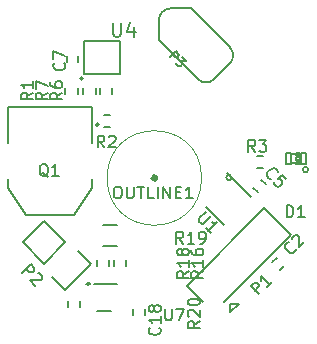
<source format=gto>
G04 #@! TF.FileFunction,Legend,Top*
%FSLAX46Y46*%
G04 Gerber Fmt 4.6, Leading zero omitted, Abs format (unit mm)*
G04 Created by KiCad (PCBNEW (2016-03-30 BZR 6657, Git fe53ec8)-product) date Mon 11 Apr 2016 10:18:00 PM PDT*
%MOMM*%
G01*
G04 APERTURE LIST*
%ADD10C,0.100000*%
%ADD11C,0.200000*%
%ADD12C,0.150000*%
%ADD13C,0.127000*%
%ADD14C,0.500000*%
G04 APERTURE END LIST*
D10*
X124000000Y-65000000D02*
G75*
G03X124000000Y-65000000I-4000000J0D01*
G01*
D11*
X126533607Y-64960000D02*
G75*
G03X126533607Y-64960000I-223607J0D01*
G01*
X133023607Y-64300000D02*
G75*
G03X133023607Y-64300000I-223607J0D01*
G01*
X115301421Y-60480000D02*
G75*
G03X115301421Y-60480000I-141421J0D01*
G01*
D12*
X113949000Y-56578000D02*
G75*
G03X113949000Y-56578000I-127000J0D01*
G01*
X114965000Y-53403000D02*
X114076000Y-53403000D01*
X114076000Y-53403000D02*
X114076000Y-56197000D01*
X114076000Y-56197000D02*
X117124000Y-56197000D01*
X117124000Y-56197000D02*
X117124000Y-53403000D01*
X117124000Y-53403000D02*
X114965000Y-53403000D01*
X130659099Y-72762652D02*
X131012652Y-72409099D01*
X130340901Y-71737348D02*
X129987348Y-72090901D01*
X128387348Y-65809099D02*
X128740901Y-66162652D01*
X129412652Y-65490901D02*
X129059099Y-65137348D01*
X113575000Y-55200000D02*
X113575000Y-54700000D01*
X112625000Y-54700000D02*
X112625000Y-55200000D01*
X110653949Y-72250000D02*
X108857898Y-70453949D01*
X112450000Y-74442031D02*
X111353984Y-73346016D01*
X110653949Y-72250000D02*
X112450000Y-70453949D01*
X113546016Y-71153984D02*
X114642031Y-72250000D01*
X114642031Y-72250000D02*
X112450000Y-74442031D01*
X112450000Y-70453949D02*
X110653949Y-68657898D01*
X110653949Y-68657898D02*
X108857898Y-70453949D01*
X114756000Y-62076000D02*
X114756000Y-59028000D01*
X114756000Y-59028000D02*
X107644000Y-59028000D01*
X107644000Y-59028000D02*
X107644000Y-62076000D01*
X114756000Y-65124000D02*
X114756000Y-65886000D01*
X114756000Y-65886000D02*
X113232000Y-68172000D01*
X113232000Y-68172000D02*
X109168000Y-68172000D01*
X109168000Y-68172000D02*
X107644000Y-65886000D01*
X107644000Y-65886000D02*
X107644000Y-65124000D01*
X112475000Y-57350000D02*
X112475000Y-57850000D01*
X113525000Y-57850000D02*
X113525000Y-57350000D01*
X115775000Y-60675000D02*
X116275000Y-60675000D01*
X116275000Y-59625000D02*
X115775000Y-59625000D01*
X128700000Y-64175000D02*
X129200000Y-64175000D01*
X129200000Y-63125000D02*
X128700000Y-63125000D01*
X115375000Y-57350000D02*
X115375000Y-57850000D01*
X116425000Y-57850000D02*
X116425000Y-57350000D01*
X113975000Y-57350000D02*
X113975000Y-57850000D01*
X115025000Y-57850000D02*
X115025000Y-57350000D01*
X132449580Y-63799580D02*
X132449580Y-62900420D01*
X132449580Y-62900420D02*
X132848360Y-62900420D01*
X132848360Y-63799580D02*
X132848360Y-62900420D01*
X132449580Y-63799580D02*
X132848360Y-63799580D01*
X131151640Y-63799580D02*
X131151640Y-62900420D01*
X131151640Y-62900420D02*
X131550420Y-62900420D01*
X131550420Y-63799580D02*
X131550420Y-62900420D01*
X131151640Y-63799580D02*
X131550420Y-63799580D01*
X132000000Y-63799580D02*
X132000000Y-63649720D01*
X132000000Y-63649720D02*
X132299720Y-63649720D01*
X132299720Y-63799580D02*
X132299720Y-63649720D01*
X132000000Y-63799580D02*
X132299720Y-63799580D01*
X132000000Y-63050280D02*
X132000000Y-62900420D01*
X132000000Y-62900420D02*
X132299720Y-62900420D01*
X132299720Y-63050280D02*
X132299720Y-62900420D01*
X132000000Y-63050280D02*
X132299720Y-63050280D01*
X132000000Y-63499860D02*
X132000000Y-63200140D01*
X132000000Y-63200140D02*
X132299720Y-63200140D01*
X132299720Y-63499860D02*
X132299720Y-63200140D01*
X132000000Y-63499860D02*
X132299720Y-63499860D01*
X132449580Y-63748780D02*
X131550420Y-63748780D01*
X132449580Y-62951220D02*
X131550420Y-62951220D01*
D13*
X123693914Y-56637991D02*
X120380200Y-53324276D01*
X126387991Y-53943914D02*
X123074276Y-50630200D01*
X120380200Y-51653949D02*
X120380200Y-53324276D01*
X121403949Y-50630200D02*
X123074276Y-50630200D01*
X121403949Y-50630200D02*
G75*
G03X120380200Y-51653949I0J-1023749D01*
G01*
X126387991Y-55290953D02*
X125040953Y-56637991D01*
X123693914Y-56637992D02*
G75*
G03X125040953Y-56637991I673519J673520D01*
G01*
X126387991Y-55290952D02*
G75*
G03X126387991Y-53943914I-673519J673519D01*
G01*
D12*
X124104487Y-75475807D02*
X122739771Y-74111091D01*
X122739771Y-74111091D02*
X129280509Y-67570354D01*
X129280509Y-67570354D02*
X131543250Y-69833095D01*
X131543250Y-69833095D02*
X125900538Y-75475807D01*
X126416726Y-75666726D02*
X127123833Y-75666726D01*
X127123833Y-75666726D02*
X126416726Y-76373833D01*
X126416726Y-76373833D02*
X126416726Y-75666726D01*
X113675000Y-75900000D02*
X113675000Y-75400000D01*
X112725000Y-75400000D02*
X112725000Y-75900000D01*
X116175000Y-72450000D02*
X116175000Y-71950000D01*
X115125000Y-71950000D02*
X115125000Y-72450000D01*
X119225000Y-76600000D02*
X119225000Y-76100000D01*
X118175000Y-76100000D02*
X118175000Y-76600000D01*
X114250000Y-74000000D02*
X114350000Y-74100000D01*
X114350000Y-74100000D02*
X114550000Y-74000000D01*
X114550000Y-74000000D02*
X114450000Y-73900000D01*
X114450000Y-73900000D02*
X114250000Y-74000000D01*
X114250000Y-74000000D02*
X114350000Y-73900000D01*
X115175000Y-76225000D02*
X116325000Y-76225000D01*
X114900000Y-73975000D02*
X116825000Y-73975000D01*
X117625000Y-72450000D02*
X117625000Y-71950000D01*
X116575000Y-71950000D02*
X116575000Y-72450000D01*
X115650000Y-68975000D02*
X116850000Y-68975000D01*
X116850000Y-70725000D02*
X115650000Y-70725000D01*
X124408489Y-67456586D02*
X125893414Y-68941511D01*
X126158579Y-64610482D02*
X128191511Y-66643414D01*
D14*
X120100000Y-65000000D02*
G75*
G03X120100000Y-65000000I-100000J0D01*
G01*
D12*
X116488214Y-51842857D02*
X116488214Y-52814285D01*
X116545357Y-52928571D01*
X116602500Y-52985714D01*
X116716785Y-53042857D01*
X116945357Y-53042857D01*
X117059642Y-52985714D01*
X117116785Y-52928571D01*
X117173928Y-52814285D01*
X117173928Y-51842857D01*
X118259642Y-52242857D02*
X118259642Y-53042857D01*
X117973928Y-51785714D02*
X117688214Y-52642857D01*
X118431071Y-52642857D01*
X131965744Y-71014333D02*
X131965744Y-71081676D01*
X131898400Y-71216363D01*
X131831057Y-71283707D01*
X131696370Y-71351050D01*
X131561683Y-71351050D01*
X131460667Y-71317378D01*
X131292309Y-71216363D01*
X131191293Y-71115348D01*
X131090278Y-70946989D01*
X131056606Y-70845974D01*
X131056606Y-70711287D01*
X131123950Y-70576600D01*
X131191293Y-70509256D01*
X131325980Y-70441913D01*
X131393324Y-70441913D01*
X131662698Y-70172539D02*
X131662698Y-70105195D01*
X131696370Y-70004180D01*
X131864728Y-69835821D01*
X131965744Y-69802150D01*
X132033087Y-69802150D01*
X132134102Y-69835821D01*
X132201446Y-69903165D01*
X132268789Y-70037852D01*
X132268789Y-70845974D01*
X132706522Y-70408241D01*
X129860667Y-65090744D02*
X129793324Y-65090744D01*
X129658637Y-65023400D01*
X129591293Y-64956057D01*
X129523950Y-64821370D01*
X129523950Y-64686683D01*
X129557622Y-64585667D01*
X129658637Y-64417309D01*
X129759652Y-64316293D01*
X129928011Y-64215278D01*
X130029026Y-64181606D01*
X130163713Y-64181606D01*
X130298400Y-64248950D01*
X130365744Y-64316293D01*
X130433087Y-64450980D01*
X130433087Y-64518324D01*
X131140194Y-65090744D02*
X130803476Y-64754026D01*
X130433087Y-65057072D01*
X130500431Y-65057072D01*
X130601446Y-65090744D01*
X130769805Y-65259102D01*
X130803476Y-65360118D01*
X130803476Y-65427461D01*
X130769805Y-65528476D01*
X130601446Y-65696835D01*
X130500431Y-65730507D01*
X130433087Y-65730507D01*
X130332072Y-65696835D01*
X130163713Y-65528476D01*
X130130041Y-65427461D01*
X130130041Y-65360118D01*
X112357142Y-55264166D02*
X112404761Y-55311785D01*
X112452380Y-55454642D01*
X112452380Y-55549880D01*
X112404761Y-55692738D01*
X112309523Y-55787976D01*
X112214285Y-55835595D01*
X112023809Y-55883214D01*
X111880952Y-55883214D01*
X111690476Y-55835595D01*
X111595238Y-55787976D01*
X111500000Y-55692738D01*
X111452380Y-55549880D01*
X111452380Y-55454642D01*
X111500000Y-55311785D01*
X111547619Y-55264166D01*
X111452380Y-54930833D02*
X111452380Y-54264166D01*
X112452380Y-54692738D01*
X108814263Y-73029026D02*
X109521370Y-72321919D01*
X109790744Y-72591293D01*
X109824415Y-72692309D01*
X109824415Y-72759652D01*
X109790744Y-72860667D01*
X109689728Y-72961683D01*
X109588713Y-72995354D01*
X109521370Y-72995354D01*
X109420354Y-72961683D01*
X109150980Y-72692309D01*
X110127461Y-73062698D02*
X110194805Y-73062698D01*
X110295820Y-73096370D01*
X110464179Y-73264728D01*
X110497850Y-73365744D01*
X110497850Y-73433087D01*
X110464179Y-73534102D01*
X110396835Y-73601446D01*
X110262148Y-73668789D01*
X109454026Y-73668789D01*
X109891759Y-74106522D01*
X111007261Y-64909619D02*
X110912023Y-64862000D01*
X110816785Y-64766761D01*
X110673928Y-64623904D01*
X110578690Y-64576285D01*
X110483452Y-64576285D01*
X110531071Y-64814380D02*
X110435833Y-64766761D01*
X110340595Y-64671523D01*
X110292976Y-64481047D01*
X110292976Y-64147714D01*
X110340595Y-63957238D01*
X110435833Y-63862000D01*
X110531071Y-63814380D01*
X110721547Y-63814380D01*
X110816785Y-63862000D01*
X110912023Y-63957238D01*
X110959642Y-64147714D01*
X110959642Y-64481047D01*
X110912023Y-64671523D01*
X110816785Y-64766761D01*
X110721547Y-64814380D01*
X110531071Y-64814380D01*
X111912023Y-64814380D02*
X111340595Y-64814380D01*
X111626309Y-64814380D02*
X111626309Y-63814380D01*
X111531071Y-63957238D01*
X111435833Y-64052476D01*
X111340595Y-64100095D01*
X109702380Y-57764166D02*
X109226190Y-58097500D01*
X109702380Y-58335595D02*
X108702380Y-58335595D01*
X108702380Y-57954642D01*
X108750000Y-57859404D01*
X108797619Y-57811785D01*
X108892857Y-57764166D01*
X109035714Y-57764166D01*
X109130952Y-57811785D01*
X109178571Y-57859404D01*
X109226190Y-57954642D01*
X109226190Y-58335595D01*
X109702380Y-56811785D02*
X109702380Y-57383214D01*
X109702380Y-57097500D02*
X108702380Y-57097500D01*
X108845238Y-57192738D01*
X108940476Y-57287976D01*
X108988095Y-57383214D01*
X115760833Y-62402380D02*
X115427500Y-61926190D01*
X115189404Y-62402380D02*
X115189404Y-61402380D01*
X115570357Y-61402380D01*
X115665595Y-61450000D01*
X115713214Y-61497619D01*
X115760833Y-61592857D01*
X115760833Y-61735714D01*
X115713214Y-61830952D01*
X115665595Y-61878571D01*
X115570357Y-61926190D01*
X115189404Y-61926190D01*
X116141785Y-61497619D02*
X116189404Y-61450000D01*
X116284642Y-61402380D01*
X116522738Y-61402380D01*
X116617976Y-61450000D01*
X116665595Y-61497619D01*
X116713214Y-61592857D01*
X116713214Y-61688095D01*
X116665595Y-61830952D01*
X116094166Y-62402380D01*
X116713214Y-62402380D01*
X128535833Y-62777380D02*
X128202500Y-62301190D01*
X127964404Y-62777380D02*
X127964404Y-61777380D01*
X128345357Y-61777380D01*
X128440595Y-61825000D01*
X128488214Y-61872619D01*
X128535833Y-61967857D01*
X128535833Y-62110714D01*
X128488214Y-62205952D01*
X128440595Y-62253571D01*
X128345357Y-62301190D01*
X127964404Y-62301190D01*
X128869166Y-61777380D02*
X129488214Y-61777380D01*
X129154880Y-62158333D01*
X129297738Y-62158333D01*
X129392976Y-62205952D01*
X129440595Y-62253571D01*
X129488214Y-62348809D01*
X129488214Y-62586904D01*
X129440595Y-62682142D01*
X129392976Y-62729761D01*
X129297738Y-62777380D01*
X129012023Y-62777380D01*
X128916785Y-62729761D01*
X128869166Y-62682142D01*
X112202380Y-57764166D02*
X111726190Y-58097500D01*
X112202380Y-58335595D02*
X111202380Y-58335595D01*
X111202380Y-57954642D01*
X111250000Y-57859404D01*
X111297619Y-57811785D01*
X111392857Y-57764166D01*
X111535714Y-57764166D01*
X111630952Y-57811785D01*
X111678571Y-57859404D01*
X111726190Y-57954642D01*
X111726190Y-58335595D01*
X111202380Y-56907023D02*
X111202380Y-57097500D01*
X111250000Y-57192738D01*
X111297619Y-57240357D01*
X111440476Y-57335595D01*
X111630952Y-57383214D01*
X112011904Y-57383214D01*
X112107142Y-57335595D01*
X112154761Y-57287976D01*
X112202380Y-57192738D01*
X112202380Y-57002261D01*
X112154761Y-56907023D01*
X112107142Y-56859404D01*
X112011904Y-56811785D01*
X111773809Y-56811785D01*
X111678571Y-56859404D01*
X111630952Y-56907023D01*
X111583333Y-57002261D01*
X111583333Y-57192738D01*
X111630952Y-57287976D01*
X111678571Y-57335595D01*
X111773809Y-57383214D01*
X110952380Y-57764166D02*
X110476190Y-58097500D01*
X110952380Y-58335595D02*
X109952380Y-58335595D01*
X109952380Y-57954642D01*
X110000000Y-57859404D01*
X110047619Y-57811785D01*
X110142857Y-57764166D01*
X110285714Y-57764166D01*
X110380952Y-57811785D01*
X110428571Y-57859404D01*
X110476190Y-57954642D01*
X110476190Y-58335595D01*
X109952380Y-57430833D02*
X109952380Y-56764166D01*
X110952380Y-57192738D01*
X131189404Y-68327380D02*
X131189404Y-67327380D01*
X131427500Y-67327380D01*
X131570357Y-67375000D01*
X131665595Y-67470238D01*
X131713214Y-67565476D01*
X131760833Y-67755952D01*
X131760833Y-67898809D01*
X131713214Y-68089285D01*
X131665595Y-68184523D01*
X131570357Y-68279761D01*
X131427500Y-68327380D01*
X131189404Y-68327380D01*
X132713214Y-68327380D02*
X132141785Y-68327380D01*
X132427500Y-68327380D02*
X132427500Y-67327380D01*
X132332261Y-67470238D01*
X132237023Y-67565476D01*
X132141785Y-67613095D01*
D13*
X121302375Y-54794342D02*
X121837599Y-54259119D01*
X122041493Y-54463013D01*
X122066980Y-54539474D01*
X122066980Y-54590447D01*
X122041493Y-54666908D01*
X121965033Y-54743368D01*
X121888572Y-54768855D01*
X121837599Y-54768855D01*
X121761138Y-54743368D01*
X121557244Y-54539474D01*
X122321848Y-54743368D02*
X122653177Y-55074697D01*
X122270875Y-55100184D01*
X122347335Y-55176644D01*
X122372822Y-55253105D01*
X122372822Y-55304078D01*
X122347335Y-55380539D01*
X122219901Y-55507973D01*
X122143440Y-55533460D01*
X122092467Y-55533460D01*
X122016006Y-55507973D01*
X121863085Y-55355052D01*
X121837599Y-55278592D01*
X121837599Y-55227618D01*
D12*
X128850436Y-74862728D02*
X128143329Y-74155621D01*
X128412703Y-73886247D01*
X128513719Y-73852576D01*
X128581062Y-73852576D01*
X128682077Y-73886247D01*
X128783093Y-73987263D01*
X128816764Y-74088278D01*
X128816764Y-74155621D01*
X128783093Y-74256637D01*
X128513719Y-74526011D01*
X129927932Y-73785232D02*
X129523871Y-74189293D01*
X129725902Y-73987263D02*
X129018795Y-73280156D01*
X129052467Y-73448515D01*
X129052467Y-73583202D01*
X129018795Y-73684217D01*
X120432142Y-77665357D02*
X120479761Y-77712976D01*
X120527380Y-77855833D01*
X120527380Y-77951071D01*
X120479761Y-78093928D01*
X120384523Y-78189166D01*
X120289285Y-78236785D01*
X120098809Y-78284404D01*
X119955952Y-78284404D01*
X119765476Y-78236785D01*
X119670238Y-78189166D01*
X119575000Y-78093928D01*
X119527380Y-77951071D01*
X119527380Y-77855833D01*
X119575000Y-77712976D01*
X119622619Y-77665357D01*
X120527380Y-76712976D02*
X120527380Y-77284404D01*
X120527380Y-76998690D02*
X119527380Y-76998690D01*
X119670238Y-77093928D01*
X119765476Y-77189166D01*
X119813095Y-77284404D01*
X119955952Y-76141547D02*
X119908333Y-76236785D01*
X119860714Y-76284404D01*
X119765476Y-76332023D01*
X119717857Y-76332023D01*
X119622619Y-76284404D01*
X119575000Y-76236785D01*
X119527380Y-76141547D01*
X119527380Y-75951071D01*
X119575000Y-75855833D01*
X119622619Y-75808214D01*
X119717857Y-75760595D01*
X119765476Y-75760595D01*
X119860714Y-75808214D01*
X119908333Y-75855833D01*
X119955952Y-75951071D01*
X119955952Y-76141547D01*
X120003571Y-76236785D01*
X120051190Y-76284404D01*
X120146428Y-76332023D01*
X120336904Y-76332023D01*
X120432142Y-76284404D01*
X120479761Y-76236785D01*
X120527380Y-76141547D01*
X120527380Y-75951071D01*
X120479761Y-75855833D01*
X120432142Y-75808214D01*
X120336904Y-75760595D01*
X120146428Y-75760595D01*
X120051190Y-75808214D01*
X120003571Y-75855833D01*
X119955952Y-75951071D01*
X122927380Y-72890357D02*
X122451190Y-73223690D01*
X122927380Y-73461785D02*
X121927380Y-73461785D01*
X121927380Y-73080833D01*
X121975000Y-72985595D01*
X122022619Y-72937976D01*
X122117857Y-72890357D01*
X122260714Y-72890357D01*
X122355952Y-72937976D01*
X122403571Y-72985595D01*
X122451190Y-73080833D01*
X122451190Y-73461785D01*
X122927380Y-71937976D02*
X122927380Y-72509404D01*
X122927380Y-72223690D02*
X121927380Y-72223690D01*
X122070238Y-72318928D01*
X122165476Y-72414166D01*
X122213095Y-72509404D01*
X122355952Y-71366547D02*
X122308333Y-71461785D01*
X122260714Y-71509404D01*
X122165476Y-71557023D01*
X122117857Y-71557023D01*
X122022619Y-71509404D01*
X121975000Y-71461785D01*
X121927380Y-71366547D01*
X121927380Y-71176071D01*
X121975000Y-71080833D01*
X122022619Y-71033214D01*
X122117857Y-70985595D01*
X122165476Y-70985595D01*
X122260714Y-71033214D01*
X122308333Y-71080833D01*
X122355952Y-71176071D01*
X122355952Y-71366547D01*
X122403571Y-71461785D01*
X122451190Y-71509404D01*
X122546428Y-71557023D01*
X122736904Y-71557023D01*
X122832142Y-71509404D01*
X122879761Y-71461785D01*
X122927380Y-71366547D01*
X122927380Y-71176071D01*
X122879761Y-71080833D01*
X122832142Y-71033214D01*
X122736904Y-70985595D01*
X122546428Y-70985595D01*
X122451190Y-71033214D01*
X122403571Y-71080833D01*
X122355952Y-71176071D01*
X123827380Y-77115357D02*
X123351190Y-77448690D01*
X123827380Y-77686785D02*
X122827380Y-77686785D01*
X122827380Y-77305833D01*
X122875000Y-77210595D01*
X122922619Y-77162976D01*
X123017857Y-77115357D01*
X123160714Y-77115357D01*
X123255952Y-77162976D01*
X123303571Y-77210595D01*
X123351190Y-77305833D01*
X123351190Y-77686785D01*
X122922619Y-76734404D02*
X122875000Y-76686785D01*
X122827380Y-76591547D01*
X122827380Y-76353452D01*
X122875000Y-76258214D01*
X122922619Y-76210595D01*
X123017857Y-76162976D01*
X123113095Y-76162976D01*
X123255952Y-76210595D01*
X123827380Y-76782023D01*
X123827380Y-76162976D01*
X122827380Y-75543928D02*
X122827380Y-75448690D01*
X122875000Y-75353452D01*
X122922619Y-75305833D01*
X123017857Y-75258214D01*
X123208333Y-75210595D01*
X123446428Y-75210595D01*
X123636904Y-75258214D01*
X123732142Y-75305833D01*
X123779761Y-75353452D01*
X123827380Y-75448690D01*
X123827380Y-75543928D01*
X123779761Y-75639166D01*
X123732142Y-75686785D01*
X123636904Y-75734404D01*
X123446428Y-75782023D01*
X123208333Y-75782023D01*
X123017857Y-75734404D01*
X122922619Y-75686785D01*
X122875000Y-75639166D01*
X122827380Y-75543928D01*
X120915595Y-76052380D02*
X120915595Y-76861904D01*
X120963214Y-76957142D01*
X121010833Y-77004761D01*
X121106071Y-77052380D01*
X121296547Y-77052380D01*
X121391785Y-77004761D01*
X121439404Y-76957142D01*
X121487023Y-76861904D01*
X121487023Y-76052380D01*
X121867976Y-76052380D02*
X122534642Y-76052380D01*
X122106071Y-77052380D01*
X124127380Y-72890357D02*
X123651190Y-73223690D01*
X124127380Y-73461785D02*
X123127380Y-73461785D01*
X123127380Y-73080833D01*
X123175000Y-72985595D01*
X123222619Y-72937976D01*
X123317857Y-72890357D01*
X123460714Y-72890357D01*
X123555952Y-72937976D01*
X123603571Y-72985595D01*
X123651190Y-73080833D01*
X123651190Y-73461785D01*
X124127380Y-71937976D02*
X124127380Y-72509404D01*
X124127380Y-72223690D02*
X123127380Y-72223690D01*
X123270238Y-72318928D01*
X123365476Y-72414166D01*
X123413095Y-72509404D01*
X123127380Y-71080833D02*
X123127380Y-71271309D01*
X123175000Y-71366547D01*
X123222619Y-71414166D01*
X123365476Y-71509404D01*
X123555952Y-71557023D01*
X123936904Y-71557023D01*
X124032142Y-71509404D01*
X124079761Y-71461785D01*
X124127380Y-71366547D01*
X124127380Y-71176071D01*
X124079761Y-71080833D01*
X124032142Y-71033214D01*
X123936904Y-70985595D01*
X123698809Y-70985595D01*
X123603571Y-71033214D01*
X123555952Y-71080833D01*
X123508333Y-71176071D01*
X123508333Y-71366547D01*
X123555952Y-71461785D01*
X123603571Y-71509404D01*
X123698809Y-71557023D01*
X122434642Y-70552380D02*
X122101309Y-70076190D01*
X121863214Y-70552380D02*
X121863214Y-69552380D01*
X122244166Y-69552380D01*
X122339404Y-69600000D01*
X122387023Y-69647619D01*
X122434642Y-69742857D01*
X122434642Y-69885714D01*
X122387023Y-69980952D01*
X122339404Y-70028571D01*
X122244166Y-70076190D01*
X121863214Y-70076190D01*
X123387023Y-70552380D02*
X122815595Y-70552380D01*
X123101309Y-70552380D02*
X123101309Y-69552380D01*
X123006071Y-69695238D01*
X122910833Y-69790476D01*
X122815595Y-69838095D01*
X123863214Y-70552380D02*
X124053690Y-70552380D01*
X124148928Y-70504761D01*
X124196547Y-70457142D01*
X124291785Y-70314285D01*
X124339404Y-70123809D01*
X124339404Y-69742857D01*
X124291785Y-69647619D01*
X124244166Y-69600000D01*
X124148928Y-69552380D01*
X123958452Y-69552380D01*
X123863214Y-69600000D01*
X123815595Y-69647619D01*
X123767976Y-69742857D01*
X123767976Y-69980952D01*
X123815595Y-70076190D01*
X123863214Y-70123809D01*
X123958452Y-70171428D01*
X124148928Y-70171428D01*
X124244166Y-70123809D01*
X124291785Y-70076190D01*
X124339404Y-69980952D01*
X124354534Y-67855083D02*
X123782114Y-68427503D01*
X123748442Y-68528518D01*
X123748442Y-68595862D01*
X123782114Y-68696877D01*
X123916801Y-68831564D01*
X124017816Y-68865236D01*
X124085160Y-68865236D01*
X124186175Y-68831564D01*
X124758595Y-68259144D01*
X124758595Y-69673358D02*
X124354534Y-69269297D01*
X124556564Y-69471327D02*
X125263671Y-68764221D01*
X125095312Y-68797892D01*
X124960625Y-68797892D01*
X124859610Y-68764221D01*
X116807261Y-65722380D02*
X116997738Y-65722380D01*
X117092976Y-65770000D01*
X117188214Y-65865238D01*
X117235833Y-66055714D01*
X117235833Y-66389047D01*
X117188214Y-66579523D01*
X117092976Y-66674761D01*
X116997738Y-66722380D01*
X116807261Y-66722380D01*
X116712023Y-66674761D01*
X116616785Y-66579523D01*
X116569166Y-66389047D01*
X116569166Y-66055714D01*
X116616785Y-65865238D01*
X116712023Y-65770000D01*
X116807261Y-65722380D01*
X117664404Y-65722380D02*
X117664404Y-66531904D01*
X117712023Y-66627142D01*
X117759642Y-66674761D01*
X117854880Y-66722380D01*
X118045357Y-66722380D01*
X118140595Y-66674761D01*
X118188214Y-66627142D01*
X118235833Y-66531904D01*
X118235833Y-65722380D01*
X118569166Y-65722380D02*
X119140595Y-65722380D01*
X118854880Y-66722380D02*
X118854880Y-65722380D01*
X119950119Y-66722380D02*
X119473928Y-66722380D01*
X119473928Y-65722380D01*
X120283452Y-66722380D02*
X120283452Y-65722380D01*
X120759642Y-66722380D02*
X120759642Y-65722380D01*
X121331071Y-66722380D01*
X121331071Y-65722380D01*
X121807261Y-66198571D02*
X122140595Y-66198571D01*
X122283452Y-66722380D02*
X121807261Y-66722380D01*
X121807261Y-65722380D01*
X122283452Y-65722380D01*
X123235833Y-66722380D02*
X122664404Y-66722380D01*
X122950119Y-66722380D02*
X122950119Y-65722380D01*
X122854880Y-65865238D01*
X122759642Y-65960476D01*
X122664404Y-66008095D01*
M02*

</source>
